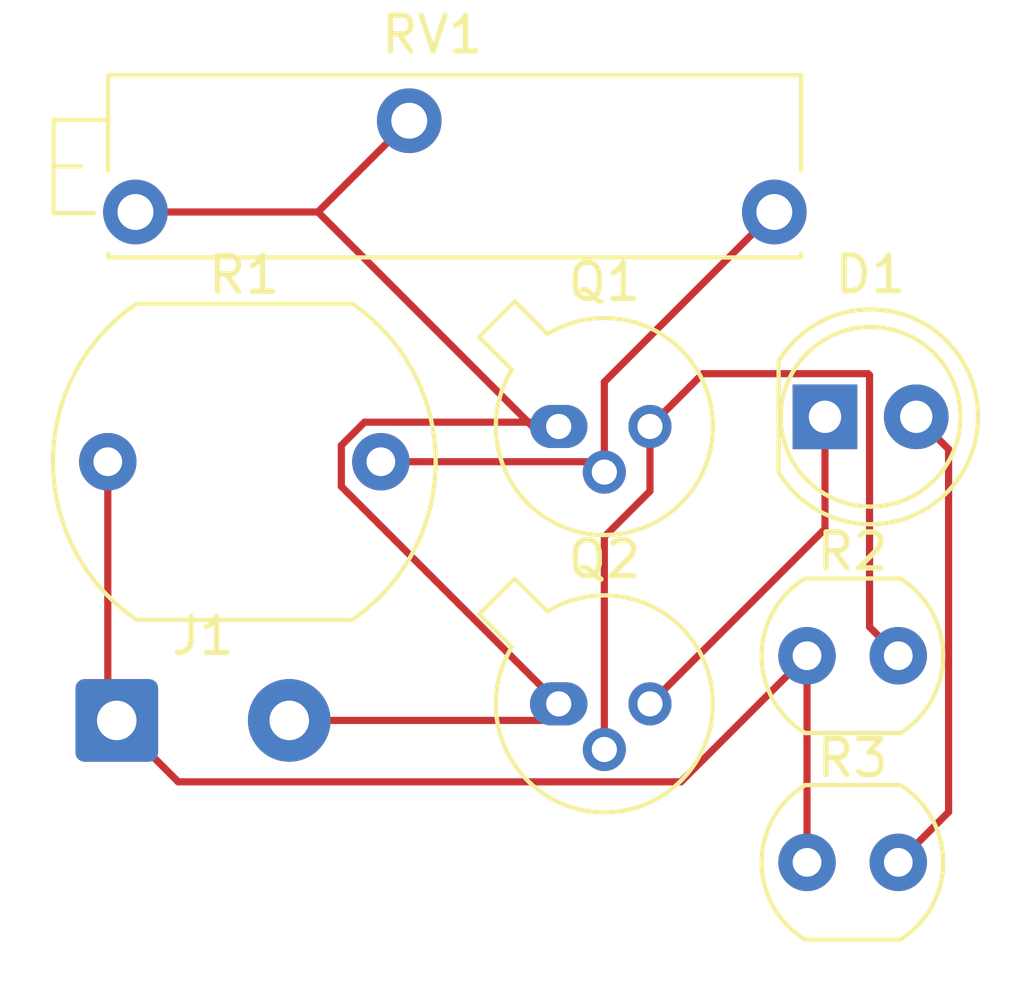
<source format=kicad_pcb>
(kicad_pcb (version 20240108) (generator "pcbnew") (generator_version "8.0")
  (layers (0 "F.Cu" signal) (31 "B.Cu" signal) (34 "B.Paste" user) (35 "F.Paste" user) (36 "B.SilkS" user "B.Silkscreen") (37 "F.SilkS" user "F.Silkscreen") (38 "B.Mask" user) (39 "F.Mask" user) (44 "Edge.Cuts" user))
  (net 0 "")
  (net 1 "Net-(Q1-B)")
  (net 2 "Net-(J1-Pin_2)")
  (net 3 "Net-(Q1-C)")
  (net 4 "Net-(D1-K)")
  (net 5 "Net-(J1-Pin_1)")
  (net 6 "Net-(D1-A)")
  (footprint "Connector_Wire:SolderWire-0.5sqmm_1x02_P4.8mm_D0.9mm_OD2.3mm" (layer "F.Cu") (at 135.25 105.05)
    (property "Reference" "J1" (at 2.4 -2.35 0) (layer "F.SilkS"))
    (property "Value" "5V")
    (pad "1" thru_hole roundrect (at 0 0) (size 2.3 2.3) (drill 1.1) (layers "*.Cu" "*.Mask") (roundrect_rratio 0.108696) (net 5 "Net-(J1-Pin_1)"))
    (pad "2" thru_hole circle (at 4.8 0) (size 2.3 2.3) (drill 1.1) (layers "*.Cu" "*.Mask") (net 2 "Net-(J1-Pin_2)"))
  )
  (footprint "Package_TO_SOT_THT:TO-18-3" (layer "F.Cu") (at 147.549448 96.869448)
    (property "Reference" "Q1" (at 1.27 -4.02 0) (layer "F.SilkS"))
    (property "Value" "BC107")
    (fp_line (start -2.214448 -2.494499) (end -1.302281 -1.582331) (stroke (width 0.12)) (layer "F.SilkS"))
    (fp_line (start -1.224499 -3.484448) (end -2.214448 -2.494499) (stroke (width 0.12)) (layer "F.SilkS"))
    (fp_line (start -0.312331 -2.572281) (end -1.224499 -3.484448) (stroke (width 0.12)) (layer "F.SilkS"))
    (fp_arc (start -0.312331 -2.572281) (mid 3.405374 2.135551) (end -1.30215 -1.582544) (stroke (width 0.12)) (layer "F.SilkS"))
    (pad "1" thru_hole oval (at 0 0) (size 1.6 1.2) (drill 0.7) (layers "*.Cu" "*.Mask") (net 2 "Net-(J1-Pin_2)"))
    (pad "2" thru_hole oval (at 1.27 1.27) (size 1.2 1.2) (drill 0.7) (layers "*.Cu" "*.Mask") (net 1 "Net-(Q1-B)"))
    (pad "3" thru_hole oval (at 2.54 0) (size 1.2 1.2) (drill 0.7) (layers "*.Cu" "*.Mask") (net 3 "Net-(Q1-C)"))
  )
  (footprint "OptoDevice:R_LDR_4.9x4.2mm_P2.54mm_Vertical" (layer "F.Cu") (at 154.46 109)
    (property "Reference" "R3" (at 1.27 -2.9 0) (layer "F.SilkS"))
    (property "Value" "470R")
    (fp_line (start -0.05 -2.15) (end 2.6 -2.15) (stroke (width 0.12)) (layer "F.SilkS"))
    (fp_line (start -0.05 2.15) (end 2.6 2.15) (stroke (width 0.12)) (layer "F.SilkS"))
    (fp_arc (start -0.05 2.15) (mid -1.262424 0.01494) (end -0.075476 -2.134388) (stroke (width 0.12)) (layer "F.SilkS"))
    (fp_arc (start 2.6 -2.15) (mid 3.788646 -0.016616) (end 2.628027 2.132145) (stroke (width 0.12)) (layer "F.SilkS"))
    (pad "1" thru_hole circle (at 0 0) (size 1.6 1.6) (drill 0.8) (layers "*.Cu" "*.Mask") (net 5 "Net-(J1-Pin_1)"))
    (pad "2" thru_hole circle (at 2.54 0) (size 1.6 1.6) (drill 0.8) (layers "*.Cu" "*.Mask") (net 6 "Net-(D1-A)"))
  )
  (footprint "LED_THT:LED_D5.0mm" (layer "F.Cu") (at 154.96 96.6)
    (property "Reference" "D1" (at 1.27 -3.96 0) (layer "F.SilkS"))
    (property "Value" "LED")
    (fp_line (start -1.29 -1.545) (end -1.29 1.545) (stroke (width 0.12)) (layer "F.SilkS"))
    (fp_arc (start -1.29 -1.54483) (mid 2.072002 -2.880433) (end 4.26 0.000462) (stroke (width 0.12)) (layer "F.SilkS"))
    (fp_arc (start 4.26 -0.000462) (mid 2.072002 2.880433) (end -1.29 1.54483) (stroke (width 0.12)) (layer "F.SilkS"))
    (fp_circle (center 1.27 0) (end 3.77 0) (stroke (width 0.12)) (fill none) (layer "F.SilkS"))
    (pad "1" thru_hole rect (at 0 0) (size 1.8 1.8) (drill 0.9) (layers "*.Cu" "*.Mask") (net 4 "Net-(D1-K)"))
    (pad "2" thru_hole circle (at 2.54 0) (size 1.8 1.8) (drill 0.9) (layers "*.Cu" "*.Mask") (net 6 "Net-(D1-A)"))
  )
  (footprint "Package_TO_SOT_THT:TO-18-3" (layer "F.Cu") (at 147.549448 104.588896)
    (property "Reference" "Q2" (at 1.27 -4.02 0) (layer "F.SilkS"))
    (property "Value" "BC107")
    (fp_line (start -2.214448 -2.494499) (end -1.302281 -1.582331) (stroke (width 0.12)) (layer "F.SilkS"))
    (fp_line (start -1.224499 -3.484448) (end -2.214448 -2.494499) (stroke (width 0.12)) (layer "F.SilkS"))
    (fp_line (start -0.312331 -2.572281) (end -1.224499 -3.484448) (stroke (width 0.12)) (layer "F.SilkS"))
    (fp_arc (start -0.312331 -2.572281) (mid 3.405374 2.135551) (end -1.30215 -1.582544) (stroke (width 0.12)) (layer "F.SilkS"))
    (pad "1" thru_hole oval (at 0 0) (size 1.6 1.2) (drill 0.7) (layers "*.Cu" "*.Mask") (net 2 "Net-(J1-Pin_2)"))
    (pad "2" thru_hole oval (at 1.27 1.27) (size 1.2 1.2) (drill 0.7) (layers "*.Cu" "*.Mask") (net 3 "Net-(Q1-C)"))
    (pad "3" thru_hole oval (at 2.54 0) (size 1.2 1.2) (drill 0.7) (layers "*.Cu" "*.Mask") (net 4 "Net-(D1-K)"))
  )
  (footprint "OptoDevice:R_LDR_4.9x4.2mm_P2.54mm_Vertical" (layer "F.Cu") (at 154.46 103.25)
    (property "Reference" "R2" (at 1.27 -2.9 0) (layer "F.SilkS"))
    (property "Value" "1K")
    (fp_line (start -0.05 -2.15) (end 2.6 -2.15) (stroke (width 0.12)) (layer "F.SilkS"))
    (fp_line (start -0.05 2.15) (end 2.6 2.15) (stroke (width 0.12)) (layer "F.SilkS"))
    (fp_arc (start -0.05 2.15) (mid -1.262424 0.01494) (end -0.075476 -2.134388) (stroke (width 0.12)) (layer "F.SilkS"))
    (fp_arc (start 2.6 -2.15) (mid 3.788646 -0.016616) (end 2.628027 2.132145) (stroke (width 0.12)) (layer "F.SilkS"))
    (pad "1" thru_hole circle (at 0 0) (size 1.6 1.6) (drill 0.8) (layers "*.Cu" "*.Mask") (net 5 "Net-(J1-Pin_1)"))
    (pad "2" thru_hole circle (at 2.54 0) (size 1.6 1.6) (drill 0.8) (layers "*.Cu" "*.Mask") (net 3 "Net-(Q1-C)"))
  )
  (footprint "OptoDevice:R_LDR_10x8.5mm_P7.6mm_Vertical" (layer "F.Cu") (at 135 97.85)
    (property "Reference" "R1" (at 3.8 -5.2 0) (layer "F.SilkS"))
    (property "Value" "LDR03")
    (fp_line (start 0.8 -4.4) (end 6.8 -4.4) (stroke (width 0.12)) (layer "F.SilkS"))
    (fp_line (start 0.8 4.4) (end 6.8 4.4) (stroke (width 0.12)) (layer "F.SilkS"))
    (fp_arc (start 0.8 4.4) (mid -1.525374 0.019809) (end 0.76735 -4.37756) (stroke (width 0.12)) (layer "F.SilkS"))
    (fp_arc (start 6.8 -4.4) (mid 9.125374 -0.019809) (end 6.83265 4.37756) (stroke (width 0.12)) (layer "F.SilkS"))
    (pad "1" thru_hole circle (at 0 0) (size 1.6 1.6) (drill 0.8) (layers "*.Cu" "*.Mask") (net 5 "Net-(J1-Pin_1)"))
    (pad "2" thru_hole circle (at 7.6 0) (size 1.6 1.6) (drill 0.8) (layers "*.Cu" "*.Mask") (net 1 "Net-(Q1-B)"))
  )
  (footprint "Potentiometer_THT:Potentiometer_Bourns_3006Y_Horizontal" (layer "F.Cu") (at 153.55 90.9)
    (property "Reference" "RV1" (at -9.52 -4.935 0) (layer "F.SilkS"))
    (property "Value" "4.7K_Potentiometer")
    (fp_line (start -20.06 -2.569) (end -20.06 0.03) (stroke (width 0.12)) (layer "F.SilkS"))
    (fp_line (start -20.06 -2.569) (end -18.541 -2.569) (stroke (width 0.12)) (layer "F.SilkS"))
    (fp_line (start -20.06 -1.27) (end -19.301 -1.27) (stroke (width 0.12)) (layer "F.SilkS"))
    (fp_line (start -20.06 0.03) (end -18.935 0.03) (stroke (width 0.12)) (layer "F.SilkS"))
    (fp_line (start -18.541 -2.569) (end -18.541 -1.155) (stroke (width 0.12)) (layer "F.SilkS"))
    (fp_line (start -18.54 -3.805) (end -18.54 -1.155) (stroke (width 0.12)) (layer "F.SilkS"))
    (fp_line (start -18.54 -3.805) (end 0.75 -3.805) (stroke (width 0.12)) (layer "F.SilkS"))
    (fp_line (start -18.54 1.155) (end -18.54 1.265) (stroke (width 0.12)) (layer "F.SilkS"))
    (fp_line (start -18.54 1.265) (end 0.75 1.265) (stroke (width 0.12)) (layer "F.SilkS"))
    (fp_line (start 0.75 -3.805) (end 0.75 -1.155) (stroke (width 0.12)) (layer "F.SilkS"))
    (fp_line (start 0.75 1.155) (end 0.75 1.265) (stroke (width 0.12)) (layer "F.SilkS"))
    (pad "1" thru_hole circle (at 0 0) (size 1.8 1.8) (drill 1) (layers "*.Cu" "*.Mask") (net 1 "Net-(Q1-B)"))
    (pad "2" thru_hole circle (at -10.16 -2.54) (size 1.8 1.8) (drill 1) (layers "*.Cu" "*.Mask") (net 2 "Net-(J1-Pin_2)"))
    (pad "3" thru_hole circle (at -17.78 0) (size 1.8 1.8) (drill 1) (layers "*.Cu" "*.Mask") (net 2 "Net-(J1-Pin_2)"))
  )
  (segment (start 153.55 90.9) (end 148.819448 95.630552) (width 0.2) (layer "F.Cu") (net 1))
  (segment (start 148.819448 95.630552) (end 148.819448 98.139448) (width 0.2) (layer "F.Cu") (net 1))
  (segment (start 148.53 97.85) (end 148.819448 98.139448) (width 0.2) (layer "F.Cu") (net 1))
  (segment (start 142.6 97.85) (end 148.53 97.85) (width 0.2) (layer "F.Cu") (net 1))
  (segment (start 141.5 97.394365) (end 141.5 98.539448) (width 0.2) (layer "F.Cu") (net 2))
  (segment (start 135.77 90.9) (end 140.85 90.9) (width 0.2) (layer "F.Cu") (net 2))
  (segment (start 140.85 90.9) (end 143.39 88.36) (width 0.2) (layer "F.Cu") (net 2))
  (segment (start 140.05 105.05) (end 147.088344 105.05) (width 0.2) (layer "F.Cu") (net 2))
  (segment (start 147.43 96.75) (end 142.144365 96.75) (width 0.2) (layer "F.Cu") (net 2))
  (segment (start 142.144365 96.75) (end 141.5 97.394365) (width 0.2) (layer "F.Cu") (net 2))
  (segment (start 147.549448 96.869448) (end 147.43 96.75) (width 0.2) (layer "F.Cu") (net 2))
  (segment (start 146.819448 96.869448) (end 140.85 90.9) (width 0.2) (layer "F.Cu") (net 2))
  (segment (start 141.5 98.539448) (end 147.549448 104.588896) (width 0.2) (layer "F.Cu") (net 2))
  (segment (start 147.549448 96.869448) (end 146.819448 96.869448) (width 0.2) (layer "F.Cu") (net 2))
  (segment (start 147.088344 105.05) (end 147.549448 104.588896) (width 0.2) (layer "F.Cu") (net 2))
  (segment (start 157 103.25) (end 156.200001 102.450001) (width 0.2) (layer "F.Cu") (net 3))
  (segment (start 150.089448 96.869448) (end 150.089448 98.669448) (width 0.2) (layer "F.Cu") (net 3))
  (segment (start 156.16 95.4) (end 151.558896 95.4) (width 0.2) (layer "F.Cu") (net 3))
  (segment (start 156.200001 95.440001) (end 156.16 95.4) (width 0.2) (layer "F.Cu") (net 3))
  (segment (start 150.089448 98.669448) (end 148.819448 99.939448) (width 0.2) (layer "F.Cu") (net 3))
  (segment (start 151.558896 95.4) (end 150.089448 96.869448) (width 0.2) (layer "F.Cu") (net 3))
  (segment (start 148.819448 99.939448) (end 148.819448 105.858896) (width 0.2) (layer "F.Cu") (net 3))
  (segment (start 156.200001 102.450001) (end 156.200001 95.440001) (width 0.2) (layer "F.Cu") (net 3))
  (segment (start 154.96 99.718344) (end 150.089448 104.588896) (width 0.2) (layer "F.Cu") (net 4))
  (segment (start 154.96 96.6) (end 154.96 99.718344) (width 0.2) (layer "F.Cu") (net 4))
  (segment (start 150.951104 106.758896) (end 154.46 103.25) (width 0.2) (layer "F.Cu") (net 5))
  (segment (start 154.46 103.25) (end 154.46 109) (width 0.2) (layer "F.Cu") (net 5))
  (segment (start 135 104.8) (end 135.25 105.05) (width 0.2) (layer "F.Cu") (net 5))
  (segment (start 135 97.85) (end 135 104.8) (width 0.2) (layer "F.Cu") (net 5))
  (segment (start 135.25 105.05) (end 136.958896 106.758896) (width 0.2) (layer "F.Cu") (net 5))
  (segment (start 136.958896 106.758896) (end 150.951104 106.758896) (width 0.2) (layer "F.Cu") (net 5))
  (segment (start 158.4 107.6) (end 157 109) (width 0.2) (layer "F.Cu") (net 6))
  (segment (start 158.4 97.5) (end 158.4 107.6) (width 0.2) (layer "F.Cu") (net 6))
  (segment (start 157.5 96.6) (end 158.4 97.5) (width 0.2) (layer "F.Cu") (net 6))
)
</source>
